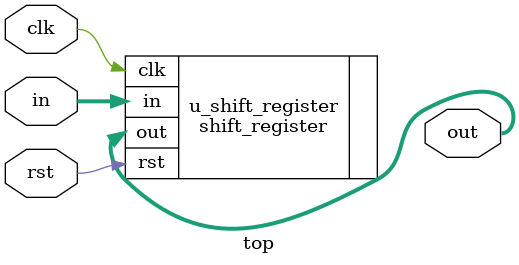
<source format=v>


// LFSR
module top(
        input clk,
        input rst,
        input [7:0] in,
        output reg [7:0] out
    );

    shift_register #(.N(8)) u_shift_register (
                       .clk  	( clk   ),
                       .rst  	( rst   ),
                       .in   	( in    ),
                       .out  	( out   )
                   );


endmodule

</source>
